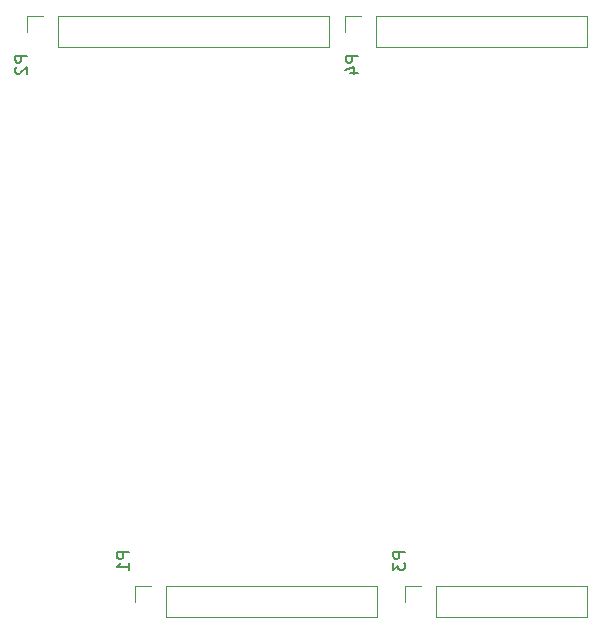
<source format=gbr>
%TF.GenerationSoftware,KiCad,Pcbnew,8.0.1*%
%TF.CreationDate,2024-05-26T21:20:36+02:00*%
%TF.ProjectId,SDHD_Lab,53444844-5f4c-4616-922e-6b696361645f,Rev 1.2*%
%TF.SameCoordinates,Original*%
%TF.FileFunction,Legend,Bot*%
%TF.FilePolarity,Positive*%
%FSLAX46Y46*%
G04 Gerber Fmt 4.6, Leading zero omitted, Abs format (unit mm)*
G04 Created by KiCad (PCBNEW 8.0.1) date 2024-05-26 21:20:36*
%MOMM*%
%LPD*%
G01*
G04 APERTURE LIST*
%ADD10C,0.150000*%
%ADD11C,0.120000*%
G04 APERTURE END LIST*
D10*
X126064819Y-93261905D02*
X125064819Y-93261905D01*
X125064819Y-93261905D02*
X125064819Y-93642857D01*
X125064819Y-93642857D02*
X125112438Y-93738095D01*
X125112438Y-93738095D02*
X125160057Y-93785714D01*
X125160057Y-93785714D02*
X125255295Y-93833333D01*
X125255295Y-93833333D02*
X125398152Y-93833333D01*
X125398152Y-93833333D02*
X125493390Y-93785714D01*
X125493390Y-93785714D02*
X125541009Y-93738095D01*
X125541009Y-93738095D02*
X125588628Y-93642857D01*
X125588628Y-93642857D02*
X125588628Y-93261905D01*
X126064819Y-94785714D02*
X126064819Y-94214286D01*
X126064819Y-94500000D02*
X125064819Y-94500000D01*
X125064819Y-94500000D02*
X125207676Y-94404762D01*
X125207676Y-94404762D02*
X125302914Y-94309524D01*
X125302914Y-94309524D02*
X125350533Y-94214286D01*
X149454819Y-93261905D02*
X148454819Y-93261905D01*
X148454819Y-93261905D02*
X148454819Y-93642857D01*
X148454819Y-93642857D02*
X148502438Y-93738095D01*
X148502438Y-93738095D02*
X148550057Y-93785714D01*
X148550057Y-93785714D02*
X148645295Y-93833333D01*
X148645295Y-93833333D02*
X148788152Y-93833333D01*
X148788152Y-93833333D02*
X148883390Y-93785714D01*
X148883390Y-93785714D02*
X148931009Y-93738095D01*
X148931009Y-93738095D02*
X148978628Y-93642857D01*
X148978628Y-93642857D02*
X148978628Y-93261905D01*
X148454819Y-94166667D02*
X148454819Y-94785714D01*
X148454819Y-94785714D02*
X148835771Y-94452381D01*
X148835771Y-94452381D02*
X148835771Y-94595238D01*
X148835771Y-94595238D02*
X148883390Y-94690476D01*
X148883390Y-94690476D02*
X148931009Y-94738095D01*
X148931009Y-94738095D02*
X149026247Y-94785714D01*
X149026247Y-94785714D02*
X149264342Y-94785714D01*
X149264342Y-94785714D02*
X149359580Y-94738095D01*
X149359580Y-94738095D02*
X149407200Y-94690476D01*
X149407200Y-94690476D02*
X149454819Y-94595238D01*
X149454819Y-94595238D02*
X149454819Y-94309524D01*
X149454819Y-94309524D02*
X149407200Y-94214286D01*
X149407200Y-94214286D02*
X149359580Y-94166667D01*
X117454819Y-51261905D02*
X116454819Y-51261905D01*
X116454819Y-51261905D02*
X116454819Y-51642857D01*
X116454819Y-51642857D02*
X116502438Y-51738095D01*
X116502438Y-51738095D02*
X116550057Y-51785714D01*
X116550057Y-51785714D02*
X116645295Y-51833333D01*
X116645295Y-51833333D02*
X116788152Y-51833333D01*
X116788152Y-51833333D02*
X116883390Y-51785714D01*
X116883390Y-51785714D02*
X116931009Y-51738095D01*
X116931009Y-51738095D02*
X116978628Y-51642857D01*
X116978628Y-51642857D02*
X116978628Y-51261905D01*
X116550057Y-52214286D02*
X116502438Y-52261905D01*
X116502438Y-52261905D02*
X116454819Y-52357143D01*
X116454819Y-52357143D02*
X116454819Y-52595238D01*
X116454819Y-52595238D02*
X116502438Y-52690476D01*
X116502438Y-52690476D02*
X116550057Y-52738095D01*
X116550057Y-52738095D02*
X116645295Y-52785714D01*
X116645295Y-52785714D02*
X116740533Y-52785714D01*
X116740533Y-52785714D02*
X116883390Y-52738095D01*
X116883390Y-52738095D02*
X117454819Y-52166667D01*
X117454819Y-52166667D02*
X117454819Y-52785714D01*
X145454819Y-51261905D02*
X144454819Y-51261905D01*
X144454819Y-51261905D02*
X144454819Y-51642857D01*
X144454819Y-51642857D02*
X144502438Y-51738095D01*
X144502438Y-51738095D02*
X144550057Y-51785714D01*
X144550057Y-51785714D02*
X144645295Y-51833333D01*
X144645295Y-51833333D02*
X144788152Y-51833333D01*
X144788152Y-51833333D02*
X144883390Y-51785714D01*
X144883390Y-51785714D02*
X144931009Y-51738095D01*
X144931009Y-51738095D02*
X144978628Y-51642857D01*
X144978628Y-51642857D02*
X144978628Y-51261905D01*
X144788152Y-52690476D02*
X145454819Y-52690476D01*
X144407200Y-52452381D02*
X145121485Y-52214286D01*
X145121485Y-52214286D02*
X145121485Y-52833333D01*
D11*
%TO.C,P1*%
X126610000Y-96130000D02*
X127940000Y-96130000D01*
X126610000Y-97460000D02*
X126610000Y-96130000D01*
X129210000Y-98790000D02*
X129210000Y-96130000D01*
X147050000Y-96130000D02*
X129210000Y-96130000D01*
X147050000Y-98790000D02*
X129210000Y-98790000D01*
X147050000Y-98790000D02*
X147050000Y-96130000D01*
%TO.C,P3*%
X149470000Y-96130000D02*
X150800000Y-96130000D01*
X149470000Y-97460000D02*
X149470000Y-96130000D01*
X152070000Y-98790000D02*
X152070000Y-96130000D01*
X164830000Y-96130000D02*
X152070000Y-96130000D01*
X164830000Y-98790000D02*
X152070000Y-98790000D01*
X164830000Y-98790000D02*
X164830000Y-96130000D01*
%TO.C,P2*%
X117466000Y-47870000D02*
X118796000Y-47870000D01*
X117466000Y-49200000D02*
X117466000Y-47870000D01*
X120066000Y-50530000D02*
X120066000Y-47870000D01*
X142986000Y-47870000D02*
X120066000Y-47870000D01*
X142986000Y-50530000D02*
X120066000Y-50530000D01*
X142986000Y-50530000D02*
X142986000Y-47870000D01*
%TO.C,P4*%
X144390000Y-47870000D02*
X145720000Y-47870000D01*
X144390000Y-49200000D02*
X144390000Y-47870000D01*
X146990000Y-50530000D02*
X146990000Y-47870000D01*
X164830000Y-47870000D02*
X146990000Y-47870000D01*
X164830000Y-50530000D02*
X146990000Y-50530000D01*
X164830000Y-50530000D02*
X164830000Y-47870000D01*
%TD*%
M02*

</source>
